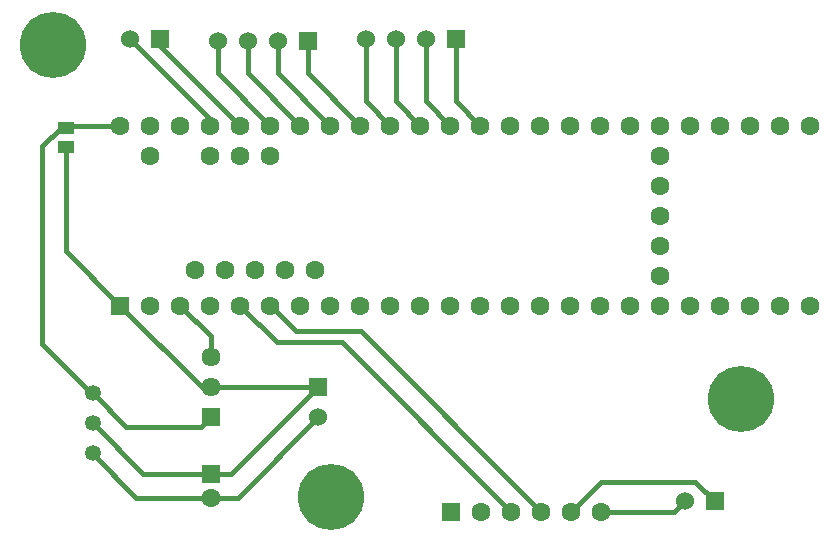
<source format=gbr>
%TF.GenerationSoftware,KiCad,Pcbnew,8.0.0*%
%TF.CreationDate,2024-04-17T16:19:53+02:00*%
%TF.ProjectId,Screen Control,53637265-656e-4204-936f-6e74726f6c2e,rev?*%
%TF.SameCoordinates,Original*%
%TF.FileFunction,Copper,L1,Top*%
%TF.FilePolarity,Positive*%
%FSLAX46Y46*%
G04 Gerber Fmt 4.6, Leading zero omitted, Abs format (unit mm)*
G04 Created by KiCad (PCBNEW 8.0.0) date 2024-04-17 16:19:53*
%MOMM*%
%LPD*%
G01*
G04 APERTURE LIST*
%TA.AperFunction,ComponentPad*%
%ADD10C,5.600000*%
%TD*%
%TA.AperFunction,ComponentPad*%
%ADD11R,1.610000X1.610000*%
%TD*%
%TA.AperFunction,ComponentPad*%
%ADD12C,1.610000*%
%TD*%
%TA.AperFunction,ComponentPad*%
%ADD13R,1.530000X1.530000*%
%TD*%
%TA.AperFunction,ComponentPad*%
%ADD14C,1.530000*%
%TD*%
%TA.AperFunction,ComponentPad*%
%ADD15C,1.350000*%
%TD*%
%TA.AperFunction,ComponentPad*%
%ADD16R,1.600000X1.600000*%
%TD*%
%TA.AperFunction,ComponentPad*%
%ADD17C,1.600000*%
%TD*%
%TA.AperFunction,SMDPad,CuDef*%
%ADD18R,1.470000X1.070000*%
%TD*%
%TA.AperFunction,Conductor*%
%ADD19C,0.400000*%
%TD*%
%TA.AperFunction,Conductor*%
%ADD20C,0.250000*%
%TD*%
G04 APERTURE END LIST*
D10*
%TO.P,,1*%
%TO.N,N/C*%
X139776200Y-100380800D03*
%TD*%
%TO.P,,1*%
%TO.N,N/C*%
X174421800Y-92075000D03*
%TD*%
%TO.P,,1*%
%TO.N,N/C*%
X116205000Y-62153800D03*
%TD*%
D11*
%TO.P,J7,1,1*%
%TO.N,+5V*%
X129590800Y-93624400D03*
D12*
%TO.P,J7,2,2*%
%TO.N,GND*%
X129590800Y-91084400D03*
%TO.P,J7,3,3*%
%TO.N,/COM Screen*%
X129590800Y-88544400D03*
%TD*%
D13*
%TO.P,J2,1,1*%
%TO.N,GND*%
X138633200Y-91084400D03*
D14*
%TO.P,J2,2,2*%
%TO.N,+12V*%
X138633200Y-93624400D03*
%TD*%
%TO.P,J4,4,4*%
%TO.N,/LED8*%
X130175000Y-61747400D03*
%TO.P,J4,3,3*%
%TO.N,/LED7*%
X132715000Y-61747400D03*
%TO.P,J4,2,2*%
%TO.N,/LED6*%
X135255000Y-61747400D03*
D13*
%TO.P,J4,1,1*%
%TO.N,/LED5*%
X137795000Y-61747400D03*
%TD*%
D15*
%TO.P,PS1,1,+VIN*%
%TO.N,+12V*%
X119561600Y-96668200D03*
%TO.P,PS1,2,GND*%
%TO.N,GND*%
X119561600Y-94128200D03*
%TO.P,PS1,3,+VOUT*%
%TO.N,+5V*%
X119561600Y-91588200D03*
%TD*%
D16*
%TO.P,C1,1*%
%TO.N,GND*%
X129540000Y-98425000D03*
D17*
%TO.P,C1,2*%
%TO.N,+12V*%
X129540000Y-100425000D03*
%TD*%
D18*
%TO.P,C2,1*%
%TO.N,GND*%
X117271800Y-70771600D03*
%TO.P,C2,2*%
%TO.N,+5V*%
X117271800Y-69131600D03*
%TD*%
D14*
%TO.P,J1,4,4*%
%TO.N,/LED4*%
X142697200Y-61645800D03*
%TO.P,J1,3,3*%
%TO.N,/LED3*%
X145237200Y-61645800D03*
%TO.P,J1,2,2*%
%TO.N,/LED2*%
X147777200Y-61645800D03*
D13*
%TO.P,J1,1,1*%
%TO.N,/LED1*%
X150317200Y-61645800D03*
%TD*%
D14*
%TO.P,J5,2,2*%
%TO.N,/LED10*%
X122758200Y-61645800D03*
D13*
%TO.P,J5,1,1*%
%TO.N,/LED9*%
X125298200Y-61645800D03*
%TD*%
%TO.P,J6,1,1*%
%TO.N,/CAN H*%
X172212000Y-100761800D03*
D14*
%TO.P,J6,2,2*%
%TO.N,/CAN L*%
X169672000Y-100761800D03*
%TD*%
D17*
%TO.P,T1,6,CANL*%
%TO.N,/CAN L*%
X162636200Y-101625400D03*
%TO.P,T1,5,CANH*%
%TO.N,/CAN H*%
X160096200Y-101625400D03*
%TO.P,T1,4,CRX*%
%TO.N,/CRx*%
X157556200Y-101625400D03*
%TO.P,T1,3,CTX*%
%TO.N,/CTx*%
X155016200Y-101625400D03*
%TO.P,T1,2,GND*%
%TO.N,Net-(T1-GND)*%
X152476200Y-101625400D03*
D16*
%TO.P,T1,1,3V3*%
%TO.N,Net-(T1-3V3)*%
X149936200Y-101625400D03*
%TD*%
D17*
%TO.P,U1,62,GND*%
%TO.N,unconnected-(U1-GND-Pad62)*%
X138418581Y-81170000D03*
%TO.P,U1,61,GND*%
%TO.N,unconnected-(U1-GND-Pad61)*%
X135878581Y-81170000D03*
%TO.P,U1,60,A25_D+*%
%TO.N,unconnected-(U1-A25_D+-Pad60)*%
X133338581Y-81170000D03*
%TO.P,U1,59,A26_D-*%
%TO.N,unconnected-(U1-A26_D--Pad59)*%
X130798581Y-81170000D03*
%TO.P,U1,58,not_used*%
%TO.N,unconnected-(U1-not_used-Pad58)*%
X128258581Y-81170000D03*
%TO.P,U1,57,A11*%
%TO.N,unconnected-(U1-A11-Pad57)*%
X134608581Y-71470000D03*
%TO.P,U1,56,A10*%
%TO.N,unconnected-(U1-A10-Pad56)*%
X132068581Y-71470000D03*
%TO.P,U1,55,AREF*%
%TO.N,unconnected-(U1-AREF-Pad55)*%
X129528581Y-71470000D03*
%TO.P,U1,54,VUSB*%
%TO.N,unconnected-(U1-VUSB-Pad54)*%
X124448581Y-71470000D03*
%TO.P,U1,53,Vin*%
%TO.N,+5V*%
X121908581Y-68930000D03*
%TO.P,U1,52,AGND*%
%TO.N,unconnected-(U1-AGND-Pad52)*%
X124448581Y-68930000D03*
%TO.P,U1,51,3.3V*%
%TO.N,unconnected-(U1-3.3V-Pad51)*%
X126988581Y-68930000D03*
%TO.P,U1,50,23_A9_PWM_Touch*%
%TO.N,/LED10*%
X129528581Y-68930000D03*
%TO.P,U1,49,22_A8_PWM_Touch*%
%TO.N,/LED9*%
X132068581Y-68930000D03*
%TO.P,U1,48,21_A7_PWM_CS0_MOSI1*%
%TO.N,/LED8*%
X134608581Y-68930000D03*
%TO.P,U1,47,20_A6_PWM_CS0_SCK1*%
%TO.N,/LED7*%
X137148581Y-68930000D03*
%TO.P,U1,46,19_A5_SCL0_Touch*%
%TO.N,/LED6*%
X139688581Y-68930000D03*
%TO.P,U1,45,18_A4_SDA0_Touch*%
%TO.N,/LED5*%
X142228581Y-68930000D03*
%TO.P,U1,44,17_A3_SDA0_Touch*%
%TO.N,/LED4*%
X144768581Y-68930000D03*
%TO.P,U1,43,16_A2_SCL0_Touch*%
%TO.N,/LED3*%
X147308581Y-68930000D03*
%TO.P,U1,42,15_A1_CS0_Touch*%
%TO.N,/LED2*%
X149848581Y-68930000D03*
%TO.P,U1,41,14_A0_PWM_SCK0*%
%TO.N,/LED1*%
X152388581Y-68930000D03*
%TO.P,U1,40,13_SCK0_LED*%
%TO.N,unconnected-(U1-13_SCK0_LED-Pad40)*%
X154928581Y-68930000D03*
%TO.P,U1,39,GND*%
%TO.N,Net-(T1-GND)*%
X157468581Y-68930000D03*
%TO.P,U1,38,A22_DAC1*%
%TO.N,unconnected-(U1-A22_DAC1-Pad38)*%
X160008581Y-68930000D03*
%TO.P,U1,37,A21_DAC0*%
%TO.N,unconnected-(U1-A21_DAC0-Pad37)*%
X162548581Y-68930000D03*
%TO.P,U1,36,39_A20*%
%TO.N,unconnected-(U1-39_A20-Pad36)*%
X165088581Y-68930000D03*
%TO.P,U1,35,38_A19_PWM_SDA1*%
%TO.N,unconnected-(U1-38_A19_PWM_SDA1-Pad35)*%
X167628581Y-68930000D03*
%TO.P,U1,34,37_A18_PWM_SCL1*%
%TO.N,unconnected-(U1-37_A18_PWM_SCL1-Pad34)*%
X170168581Y-68930000D03*
%TO.P,U1,33,36_A17_PWM*%
%TO.N,unconnected-(U1-36_A17_PWM-Pad33)*%
X172708581Y-68930000D03*
%TO.P,U1,32,35_A16_PWM*%
%TO.N,unconnected-(U1-35_A16_PWM-Pad32)*%
X175248581Y-68930000D03*
%TO.P,U1,31,34_A15_RX5_CAN1RX_SDA0*%
%TO.N,unconnected-(U1-34_A15_RX5_CAN1RX_SDA0-Pad31)*%
X177788581Y-68930000D03*
%TO.P,U1,30,33_A14_TX5_CAN1TX_SCL0*%
%TO.N,unconnected-(U1-33_A14_TX5_CAN1TX_SCL0-Pad30)*%
X180328581Y-68930000D03*
%TO.P,U1,29,Reset*%
%TO.N,unconnected-(U1-Reset-Pad29)*%
X167628581Y-71470000D03*
%TO.P,U1,28,Program*%
%TO.N,unconnected-(U1-Program-Pad28)*%
X167628581Y-74010000D03*
%TO.P,U1,27,GND*%
%TO.N,unconnected-(U1-GND-Pad27)*%
X167628581Y-76550000D03*
%TO.P,U1,26,3.3V*%
%TO.N,unconnected-(U1-3.3V-Pad26)*%
X167628581Y-79090000D03*
%TO.P,U1,25,VBat*%
%TO.N,unconnected-(U1-VBat-Pad25)*%
X167628581Y-81630000D03*
%TO.P,U1,24,32_A13_TX4_SCK1*%
%TO.N,unconnected-(U1-32_A13_TX4_SCK1-Pad24)*%
X180328581Y-84170000D03*
%TO.P,U1,23,31_A12_RX4_CS1*%
%TO.N,unconnected-(U1-31_A12_RX4_CS1-Pad23)*%
X177788581Y-84170000D03*
%TO.P,U1,22,30_PWM_CAN0RX_Touch*%
%TO.N,unconnected-(U1-30_PWM_CAN0RX_Touch-Pad22)*%
X175248581Y-84170000D03*
%TO.P,U1,21,29_PWM_CAN0TX_Touch*%
%TO.N,unconnected-(U1-29_PWM_CAN0TX_Touch-Pad21)*%
X172708581Y-84170000D03*
%TO.P,U1,20,28_MOSI0*%
%TO.N,unconnected-(U1-28_MOSI0-Pad20)*%
X170168581Y-84170000D03*
%TO.P,U1,19,27_RX1_SCK0*%
%TO.N,unconnected-(U1-27_RX1_SCK0-Pad19)*%
X167628581Y-84170000D03*
%TO.P,U1,18,26_TX1_SCL2*%
%TO.N,unconnected-(U1-26_TX1_SCL2-Pad18)*%
X165088581Y-84170000D03*
%TO.P,U1,17,25*%
%TO.N,unconnected-(U1-25-Pad17)*%
X162548581Y-84170000D03*
%TO.P,U1,16,24*%
%TO.N,unconnected-(U1-24-Pad16)*%
X160008581Y-84170000D03*
%TO.P,U1,15,3.3V*%
%TO.N,Net-(T1-3V3)*%
X157468581Y-84170000D03*
%TO.P,U1,14,12_MISO0*%
%TO.N,unconnected-(U1-12_MISO0-Pad14)*%
X154928581Y-84170000D03*
%TO.P,U1,13,11_MOSI0*%
%TO.N,unconnected-(U1-11_MOSI0-Pad13)*%
X152388581Y-84170000D03*
%TO.P,U1,12,10_PWM_TX2_CS0*%
%TO.N,unconnected-(U1-10_PWM_TX2_CS0-Pad12)*%
X149848581Y-84170000D03*
%TO.P,U1,11,9_PWM_RX2_CS0*%
%TO.N,unconnected-(U1-9_PWM_RX2_CS0-Pad11)*%
X147308581Y-84170000D03*
%TO.P,U1,10,8_TX3_MISO0_SDA0*%
%TO.N,unconnected-(U1-8_TX3_MISO0_SDA0-Pad10)*%
X144768581Y-84170000D03*
%TO.P,U1,9,7_RX3_MOSI0_SCL0*%
%TO.N,unconnected-(U1-7_RX3_MOSI0_SCL0-Pad9)*%
X142228581Y-84170000D03*
%TO.P,U1,8,6_PWM*%
%TO.N,unconnected-(U1-6_PWM-Pad8)*%
X139688581Y-84170000D03*
%TO.P,U1,7,5_PWM_TX1_MISO1*%
%TO.N,unconnected-(U1-5_PWM_TX1_MISO1-Pad7)*%
X137148581Y-84170000D03*
%TO.P,U1,6,4_PWM_CAN0RX_SDA2*%
%TO.N,/CRx*%
X134608581Y-84170000D03*
%TO.P,U1,5,3_PWM_CAN0TX_SCL2*%
%TO.N,/CTx*%
X132068581Y-84170000D03*
%TO.P,U1,4,2_PWM*%
%TO.N,unconnected-(U1-2_PWM-Pad4)*%
X129528581Y-84170000D03*
%TO.P,U1,3,1_TX1_MISO1_Touch*%
%TO.N,/COM Screen*%
X126988581Y-84170000D03*
%TO.P,U1,2,0_RX1_MOSI1_Touch*%
%TO.N,unconnected-(U1-0_RX1_MOSI1_Touch-Pad2)*%
X124448581Y-84170000D03*
D16*
%TO.P,U1,1,GND*%
%TO.N,GND*%
X121908581Y-84170000D03*
%TD*%
D19*
%TO.N,+12V*%
X131832600Y-100425000D02*
X138633200Y-93624400D01*
%TO.N,GND*%
X129540000Y-98425000D02*
X131292600Y-98425000D01*
X131292600Y-98425000D02*
X138633200Y-91084400D01*
%TO.N,+12V*%
X129540000Y-100425000D02*
X131832600Y-100425000D01*
%TO.N,GND*%
X138633200Y-91084400D02*
X129590800Y-91084400D01*
%TO.N,/COM Screen*%
X129590800Y-88544400D02*
X129590800Y-86772219D01*
X129590800Y-86772219D02*
X126988581Y-84170000D01*
%TO.N,GND*%
X128822981Y-91084400D02*
X121908581Y-84170000D01*
X129590800Y-91084400D02*
X128822981Y-91084400D01*
%TO.N,+5V*%
X128770200Y-94445000D02*
X122418400Y-94445000D01*
X122418400Y-94445000D02*
X119561600Y-91588200D01*
X129590800Y-93624400D02*
X128770200Y-94445000D01*
%TO.N,+12V*%
X119561600Y-96727000D02*
X123259600Y-100425000D01*
X123259600Y-100425000D02*
X129540000Y-100425000D01*
X119561600Y-96668200D02*
X119561600Y-96727000D01*
%TO.N,GND*%
X123850400Y-98425000D02*
X129540000Y-98425000D01*
X119561600Y-94136200D02*
X123850400Y-98425000D01*
X119561600Y-94128200D02*
X119561600Y-94136200D01*
%TO.N,+5V*%
X116841800Y-69131600D02*
X117271800Y-69131600D01*
X115305000Y-70668400D02*
X116841800Y-69131600D01*
X115305000Y-87441200D02*
X115305000Y-70668400D01*
X119452000Y-91588200D02*
X115305000Y-87441200D01*
X119561600Y-91588200D02*
X119452000Y-91588200D01*
%TO.N,GND*%
X117271800Y-70771600D02*
X117271800Y-79533219D01*
X117271800Y-79533219D02*
X121908581Y-84170000D01*
%TO.N,+5V*%
X117473400Y-68930000D02*
X117271800Y-69131600D01*
X121908581Y-68930000D02*
X117473400Y-68930000D01*
%TO.N,/LED1*%
X150317200Y-66858619D02*
X152388581Y-68930000D01*
X150317200Y-61645800D02*
X150317200Y-66858619D01*
%TO.N,/LED2*%
X147777200Y-66858619D02*
X149848581Y-68930000D01*
X147777200Y-61645800D02*
X147777200Y-66858619D01*
%TO.N,/LED3*%
X145237200Y-61645800D02*
X145237200Y-66858619D01*
X145237200Y-66858619D02*
X147308581Y-68930000D01*
%TO.N,/LED4*%
X142697200Y-66858619D02*
X144768581Y-68930000D01*
X142697200Y-61645800D02*
X142697200Y-66858619D01*
%TO.N,/LED5*%
X137795000Y-64496419D02*
X142228581Y-68930000D01*
X137795000Y-61747400D02*
X137795000Y-64496419D01*
%TO.N,/LED6*%
X135255000Y-64496419D02*
X139688581Y-68930000D01*
X135255000Y-61747400D02*
X135255000Y-64496419D01*
%TO.N,/LED7*%
X132715000Y-64496419D02*
X137148581Y-68930000D01*
X132715000Y-61747400D02*
X132715000Y-64496419D01*
%TO.N,/LED8*%
X130175000Y-64496419D02*
X134608581Y-68930000D01*
X130175000Y-61747400D02*
X130175000Y-64496419D01*
%TO.N,/LED9*%
X125298200Y-62159619D02*
X132068581Y-68930000D01*
X125298200Y-61645800D02*
X125298200Y-62159619D01*
%TO.N,/LED10*%
X129528581Y-68416181D02*
X129528581Y-68930000D01*
X122758200Y-61645800D02*
X129528581Y-68416181D01*
%TO.N,/CAN H*%
X170586400Y-99136200D02*
X162585400Y-99136200D01*
X162585400Y-99136200D02*
X160096200Y-101625400D01*
X172212000Y-100761800D02*
X170586400Y-99136200D01*
%TO.N,/CAN L*%
X162636200Y-101625400D02*
X168808400Y-101625400D01*
X168808400Y-101625400D02*
X169672000Y-100761800D01*
%TO.N,/CTx*%
X140690600Y-87299800D02*
X155016200Y-101625400D01*
X135198381Y-87299800D02*
X140690600Y-87299800D01*
X132068581Y-84170000D02*
X135198381Y-87299800D01*
%TO.N,/CRx*%
X136779000Y-86334600D02*
X142265400Y-86334600D01*
X134614400Y-84170000D02*
X136779000Y-86334600D01*
X134608581Y-84170000D02*
X134614400Y-84170000D01*
X142265400Y-86334600D02*
X157556200Y-101625400D01*
D20*
%TO.N,+12V*%
X129540000Y-100425000D02*
X129445000Y-100330000D01*
%TD*%
M02*

</source>
